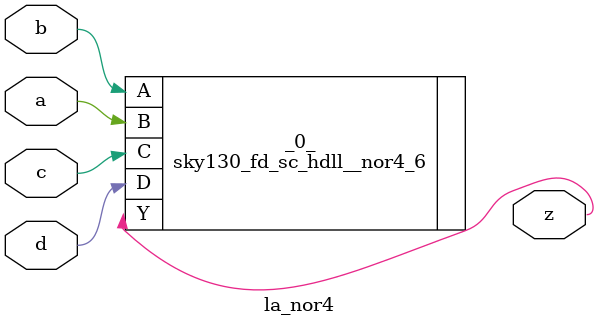
<source format=v>

/* Generated by Yosys 0.44 (git sha1 80ba43d26, g++ 11.4.0-1ubuntu1~22.04 -fPIC -O3) */

(* top =  1  *)
(* src = "inputs/la_nor4.v:10.1-22.10" *)
module la_nor4 (
    a,
    b,
    c,
    d,
    z
);
  (* src = "inputs/la_nor4.v:13.12-13.13" *)
  input a;
  wire a;
  (* src = "inputs/la_nor4.v:14.12-14.13" *)
  input b;
  wire b;
  (* src = "inputs/la_nor4.v:15.12-15.13" *)
  input c;
  wire c;
  (* src = "inputs/la_nor4.v:16.12-16.13" *)
  input d;
  wire d;
  (* src = "inputs/la_nor4.v:17.12-17.13" *)
  output z;
  wire z;
  sky130_fd_sc_hdll__nor4_6 _0_ (
      .A(b),
      .B(a),
      .C(c),
      .D(d),
      .Y(z)
  );
endmodule

</source>
